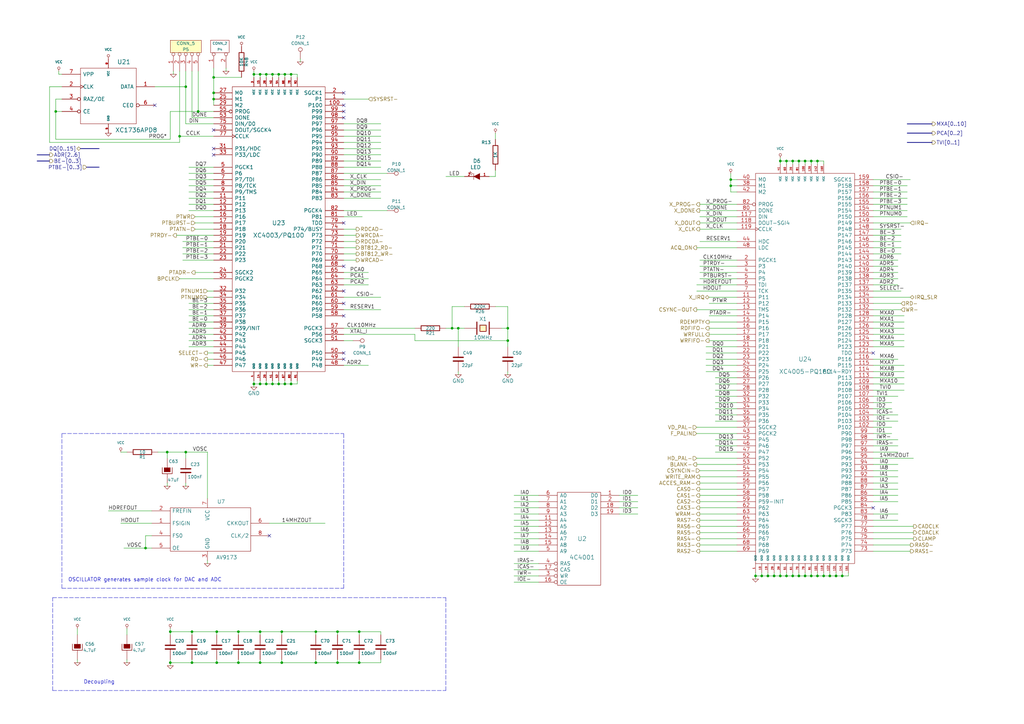
<source format=kicad_sch>
(kicad_sch (version 20250114) (generator "eeschema") (generator_version "9.0")
  (paper "A3")
  (title_block (title "Video") (date "Sun 22 Mar 2015") (rev "2.0B") (company "Kicad EDA") (comment 1 "Xilinxs"))
  (text "Decoupling" (at 34.29 280.67 0) (effects (font (size 1.524 1.524)) (justify left bottom)))
  (text "OSCILLATOR generates sample clock for DAC and ADC" (at 27.94 238.76 0) (effects (font (size 1.524 1.524)) (justify left bottom)))
  (junction (at 320.04 236.22))
  (junction (at 330.2 66.04))
  (junction (at 129.54 271.78) (diameter 0.9144))
  (junction (at 106.68 271.78) (diameter 0.9144))
  (junction (at 115.57 259.08) (diameter 0.9144))
  (junction (at 109.22 157.48))
  (junction (at 119.38 30.48))
  (junction (at 73.66 55.88) (diameter 0.9144))
  (junction (at 119.38 157.48))
  (junction (at 147.32 271.78) (diameter 0.9144))
  (junction (at 97.79 259.08) (diameter 0.9144))
  (junction (at 147.32 259.08) (diameter 0.9144))
  (junction (at 208.28 134.62) (diameter 0.9144))
  (junction (at 106.68 259.08) (diameter 0.9144))
  (junction (at 335.28 236.22))
  (junction (at 97.79 271.78) (diameter 0.9144))
  (junction (at 320.04 66.04))
  (junction (at 327.66 236.22))
  (junction (at 322.58 236.22))
  (junction (at 106.68 30.48))
  (junction (at 87.63 31.75) (diameter 0.9144))
  (junction (at 116.84 157.48))
  (junction (at 87.63 38.1) (diameter 0.9144))
  (junction (at 78.74 271.78) (diameter 0.9144))
  (junction (at 327.66 66.04))
  (junction (at 335.28 66.04))
  (junction (at 340.36 236.22))
  (junction (at 345.44 236.22))
  (junction (at 138.43 271.78) (diameter 0.9144))
  (junction (at 81.28 45.72) (diameter 0.9144))
  (junction (at 322.58 66.04))
  (junction (at 116.84 30.48))
  (junction (at 109.22 30.48))
  (junction (at 337.82 236.22))
  (junction (at 69.85 259.08) (diameter 0.9144))
  (junction (at 76.2 35.56) (diameter 0.9144))
  (junction (at 104.14 30.48))
  (junction (at 138.43 259.08) (diameter 0.9144))
  (junction (at 114.3 157.48))
  (junction (at 299.72 76.2) (diameter 0.9144))
  (junction (at 69.85 271.78) (diameter 0.9144))
  (junction (at 129.54 259.08) (diameter 0.9144))
  (junction (at 317.5 236.22))
  (junction (at 111.76 30.48))
  (junction (at 76.2 185.42) (diameter 0.9144))
  (junction (at 299.72 73.66) (diameter 0.9144))
  (junction (at 185.42 134.62) (diameter 0.9144))
  (junction (at 115.57 271.78) (diameter 0.9144))
  (junction (at 309.88 236.22))
  (junction (at 104.14 157.48))
  (junction (at 78.74 259.08) (diameter 0.9144))
  (junction (at 111.76 157.48))
  (junction (at 88.9 259.08) (diameter 0.9144))
  (junction (at 325.12 236.22))
  (junction (at 314.96 236.22))
  (junction (at 22.86 45.72) (diameter 0.9144))
  (junction (at 88.9 271.78) (diameter 0.9144))
  (junction (at 59.69 224.79) (diameter 0.9144))
  (junction (at 332.74 236.22))
  (junction (at 332.74 66.04))
  (junction (at 312.42 236.22))
  (junction (at 325.12 66.04))
  (junction (at 114.3 30.48))
  (junction (at 68.58 185.42) (diameter 0.9144))
  (junction (at 187.96 134.62) (diameter 0.9144))
  (junction (at 106.68 157.48))
  (junction (at 87.63 40.64) (diameter 0.9144))
  (junction (at 342.9 236.22))
  (junction (at 208.28 139.7) (diameter 0.9144))
  (junction (at 330.2 236.22))
  (no_connect (at 140.97 119.38))
  (no_connect (at 140.97 45.72))
  (no_connect (at 140.97 109.22))
  (no_connect (at 87.63 60.96))
  (no_connect (at 140.97 43.18))
  (no_connect (at 140.97 38.1))
  (no_connect (at 358.14 144.78))
  (no_connect (at 140.97 129.54))
  (no_connect (at 140.97 147.32))
  (no_connect (at 140.97 124.46))
  (no_connect (at 358.14 208.28))
  (no_connect (at 63.5 43.18))
  (no_connect (at 140.97 144.78))
  (no_connect (at 87.63 63.5))
  (no_connect (at 140.97 91.44))
  (no_connect (at 110.49 219.71))
  (no_connect (at 140.97 48.26))
  (no_connect (at 87.63 53.34))
  (wire (pts (xy 76.2 185.42) (xy 85.09 185.42)))
  (wire (pts (xy 330.2 66.04) (xy 330.2 67.31)))
  (wire (pts (xy 345.44 234.95) (xy 345.44 236.22)))
  (wire (pts (xy 73.66 55.88) (xy 87.63 55.88)))
  (wire (pts (xy 129.54 271.78) (xy 138.43 271.78)))
  (wire (pts (xy 342.9 236.22) (xy 345.44 236.22)))
  (wire (pts (xy 85.09 149.86) (xy 87.63 149.86)))
  (wire (pts (xy 220.98 220.98) (xy 210.82 220.98)))
  (wire (pts (xy 287.02 210.82) (xy 302.26 210.82)))
  (wire (pts (xy 78.74 29.21) (xy 78.74 48.26)))
  (wire (pts (xy 358.14 162.56) (xy 368.3 162.56)))
  (wire (pts (xy 87.63 132.08) (xy 77.47 132.08)))
  (wire (pts (xy 327.66 66.04) (xy 330.2 66.04)))
  (wire (pts (xy 78.74 48.26) (xy 87.63 48.26)))
  (wire (pts (xy 203.2 54.61) (xy 203.2 57.15)))
  (wire (pts (xy 208.28 125.73) (xy 208.28 134.62)))
  (wire (pts (xy 358.14 139.7) (xy 370.84 139.7)))
  (wire (pts (xy 140.97 101.6) (xy 146.05 101.6)))
  (wire (pts (xy 347.98 234.95) (xy 347.98 236.22)))
  (wire (pts (xy 337.82 67.31) (xy 337.82 66.04)))
  (wire (pts (xy 302.26 152.4) (xy 289.56 152.4)))
  (wire (pts (xy 24.13 30.48) (xy 25.4 30.48)))
  (wire (pts (xy 302.26 137.16) (xy 290.83 137.16)))
  (wire (pts (xy 109.22 157.48) (xy 111.76 157.48)))
  (wire (pts (xy 342.9 234.95) (xy 342.9 236.22)))
  (wire (pts (xy 68.58 199.39) (xy 68.58 198.12)))
  (wire (pts (xy 299.72 78.74) (xy 302.26 78.74)))
  (wire (pts (xy 358.14 177.8) (xy 365.76 177.8)))
  (wire (pts (xy 368.3 182.88) (xy 358.14 182.88)))
  (wire (pts (xy 287.02 208.28) (xy 302.26 208.28)))
  (wire (pts (xy 140.97 121.92) (xy 156.21 121.92)))
  (wire (pts (xy 358.14 154.94) (xy 370.84 154.94)))
  (wire (pts (xy 104.14 157.48) (xy 106.68 157.48)))
  (wire (pts (xy 77.47 76.2) (xy 87.63 76.2)))
  (wire (pts (xy 52.07 271.78) (xy 52.07 270.51)))
  (wire (pts (xy 358.14 147.32) (xy 368.3 147.32)))
  (wire (pts (xy 140.97 50.8) (xy 156.21 50.8)))
  (wire (pts (xy 115.57 259.08) (xy 115.57 260.35)))
  (wire (pts (xy 109.22 30.48) (xy 111.76 30.48)))
  (wire (pts (xy 358.14 187.96) (xy 374.65 187.96)))
  (wire (pts (xy 114.3 156.21) (xy 114.3 157.48)))
  (wire (pts (xy 123.19 24.13) (xy 123.19 25.4)))
  (wire (pts (xy 358.14 175.26) (xy 365.76 175.26)))
  (wire (pts (xy 287.02 193.04) (xy 302.26 193.04)))
  (wire (pts (xy 299.72 73.66) (xy 302.26 73.66)))
  (wire (pts (xy 330.2 66.04) (xy 332.74 66.04)))
  (wire (pts (xy 287.02 226.06) (xy 302.26 226.06)))
  (wire (pts (xy 302.26 114.3) (xy 287.02 114.3)))
  (wire (pts (xy 140.97 86.36) (xy 158.75 86.36)))
  (wire (pts (xy 187.96 153.67) (xy 187.96 152.4)))
  (bus (pts (xy 33.02 60.96) (xy 40.64 60.96)))
  (wire (pts (xy 220.98 218.44) (xy 210.82 218.44)))
  (wire (pts (xy 254 210.82) (xy 261.62 210.82)))
  (wire (pts (xy 87.63 139.7) (xy 77.47 139.7)))
  (wire (pts (xy 52.07 185.42) (xy 49.53 185.42)))
  (wire (pts (xy 140.97 104.14) (xy 146.05 104.14)))
  (wire (pts (xy 287.02 203.2) (xy 302.26 203.2)))
  (wire (pts (xy 106.68 156.21) (xy 106.68 157.48)))
  (wire (pts (xy 220.98 205.74) (xy 210.82 205.74)))
  (wire (pts (xy 20.32 35.56) (xy 20.32 58.42)))
  (wire (pts (xy 119.38 30.48) (xy 119.38 31.75)))
  (wire (pts (xy 140.97 53.34) (xy 156.21 53.34)))
  (wire (pts (xy 87.63 129.54) (xy 77.47 129.54)))
  (wire (pts (xy 140.97 78.74) (xy 156.21 78.74)))
  (wire (pts (xy 302.26 147.32) (xy 289.56 147.32)))
  (wire (pts (xy 293.37 167.64) (xy 302.26 167.64)))
  (wire (pts (xy 111.76 30.48) (xy 111.76 31.75)))
  (wire (pts (xy 138.43 271.78) (xy 147.32 271.78)))
  (wire (pts (xy 358.14 223.52) (xy 373.38 223.52)))
  (wire (pts (xy 299.72 71.12) (xy 299.72 73.66)))
  (wire (pts (xy 69.85 45.72) (xy 81.28 45.72)))
  (wire (pts (xy 140.97 73.66) (xy 156.21 73.66)))
  (wire (pts (xy 293.37 185.42) (xy 302.26 185.42)))
  (wire (pts (xy 290.83 134.62) (xy 302.26 134.62)))
  (wire (pts (xy 358.14 160.02) (xy 370.84 160.02)))
  (wire (pts (xy 77.47 86.36) (xy 87.63 86.36)))
  (wire (pts (xy 170.18 139.7) (xy 170.18 137.16)))
  (wire (pts (xy 69.85 271.78) (xy 69.85 273.05)))
  (wire (pts (xy 140.97 68.58) (xy 156.21 68.58)))
  (wire (pts (xy 182.88 72.39) (xy 190.5 72.39)))
  (wire (pts (xy 290.83 139.7) (xy 302.26 139.7)))
  (wire (pts (xy 335.28 236.22) (xy 337.82 236.22)))
  (wire (pts (xy 106.68 157.48) (xy 109.22 157.48)))
  (wire (pts (xy 325.12 236.22) (xy 327.66 236.22)))
  (wire (pts (xy 88.9 259.08) (xy 88.9 260.35)))
  (wire (pts (xy 358.14 215.9) (xy 374.65 215.9)))
  (wire (pts (xy 52.07 257.81) (xy 52.07 260.35)))
  (wire (pts (xy 88.9 270.51) (xy 88.9 271.78)))
  (wire (pts (xy 369.57 96.52) (xy 358.14 96.52)))
  (wire (pts (xy 88.9 271.78) (xy 97.79 271.78)))
  (wire (pts (xy 358.14 134.62) (xy 370.84 134.62)))
  (wire (pts (xy 287.02 93.98) (xy 302.26 93.98)))
  (polyline (pts (xy 25.4 177.8) (xy 140.97 177.8)) (stroke (width 0) (type dash)))
  (wire (pts (xy 368.3 203.2) (xy 358.14 203.2)))
  (wire (pts (xy 140.97 139.7) (xy 144.78 139.7)))
  (wire (pts (xy 368.3 198.12) (xy 358.14 198.12)))
  (wire (pts (xy 358.14 73.66) (xy 373.38 73.66)))
  (wire (pts (xy 320.04 236.22) (xy 322.58 236.22)))
  (wire (pts (xy 156.21 271.78) (xy 156.21 270.51)))
  (wire (pts (xy 87.63 38.1) (xy 87.63 40.64)))
  (wire (pts (xy 129.54 259.08) (xy 138.43 259.08)))
  (wire (pts (xy 140.97 76.2) (xy 156.21 76.2)))
  (wire (pts (xy 80.01 93.98) (xy 87.63 93.98)))
  (wire (pts (xy 335.28 67.31) (xy 335.28 66.04)))
  (wire (pts (xy 220.98 213.36) (xy 210.82 213.36)))
  (wire (pts (xy 140.97 106.68) (xy 146.05 106.68)))
  (wire (pts (xy 24.13 29.21) (xy 24.13 30.48)))
  (wire (pts (xy 358.14 165.1) (xy 365.76 165.1)))
  (wire (pts (xy 115.57 271.78) (xy 129.54 271.78)))
  (wire (pts (xy 77.47 71.12) (xy 87.63 71.12)))
  (wire (pts (xy 88.9 259.08) (xy 97.79 259.08)))
  (wire (pts (xy 87.63 101.6) (xy 74.93 101.6)))
  (wire (pts (xy 111.76 156.21) (xy 111.76 157.48)))
  (wire (pts (xy 147.32 271.78) (xy 156.21 271.78)))
  (wire (pts (xy 302.26 109.22) (xy 287.02 109.22)))
  (wire (pts (xy 372.11 88.9) (xy 358.14 88.9)))
  (wire (pts (xy 140.97 81.28) (xy 156.21 81.28)))
  (wire (pts (xy 372.11 83.82) (xy 358.14 83.82)))
  (wire (pts (xy 358.14 149.86) (xy 370.84 149.86)))
  (wire (pts (xy 254 205.74) (xy 261.62 205.74)))
  (wire (pts (xy 293.37 162.56) (xy 302.26 162.56)))
  (wire (pts (xy 111.76 30.48) (xy 114.3 30.48)))
  (wire (pts (xy 368.3 172.72) (xy 358.14 172.72)))
  (wire (pts (xy 358.14 91.44) (xy 373.38 91.44)))
  (wire (pts (xy 372.11 86.36) (xy 358.14 86.36)))
  (bus (pts (xy 15.24 63.5) (xy 20.32 63.5)))
  (wire (pts (xy 69.85 259.08) (xy 69.85 260.35)))
  (wire (pts (xy 116.84 30.48) (xy 116.84 31.75)))
  (polyline (pts (xy 25.4 241.3) (xy 140.97 241.3)) (stroke (width 0) (type dash)))
  (wire (pts (xy 299.72 73.66) (xy 299.72 76.2)))
  (wire (pts (xy 80.01 88.9) (xy 87.63 88.9)))
  (wire (pts (xy 119.38 30.48) (xy 121.92 30.48)))
  (wire (pts (xy 78.74 260.35) (xy 78.74 259.08)))
  (wire (pts (xy 59.69 224.79) (xy 59.69 219.71)))
  (wire (pts (xy 358.14 121.92) (xy 373.38 121.92)))
  (wire (pts (xy 337.82 66.04) (xy 335.28 66.04)))
  (wire (pts (xy 312.42 236.22) (xy 314.96 236.22)))
  (wire (pts (xy 50.8 224.79) (xy 59.69 224.79)))
  (wire (pts (xy 115.57 270.51) (xy 115.57 271.78)))
  (wire (pts (xy 287.02 215.9) (xy 302.26 215.9)))
  (wire (pts (xy 340.36 236.22) (xy 342.9 236.22)))
  (wire (pts (xy 71.12 30.48) (xy 71.12 29.21)))
  (wire (pts (xy 69.85 271.78) (xy 78.74 271.78)))
  (wire (pts (xy 140.97 111.76) (xy 151.13 111.76)))
  (wire (pts (xy 358.14 142.24) (xy 370.84 142.24)))
  (bus (pts (xy 372.11 50.8) (xy 382.27 50.8)))
  (wire (pts (xy 220.98 238.76) (xy 210.82 238.76)))
  (wire (pts (xy 77.47 83.82) (xy 87.63 83.82)))
  (wire (pts (xy 140.97 99.06) (xy 146.05 99.06)))
  (wire (pts (xy 140.97 88.9) (xy 148.59 88.9)))
  (wire (pts (xy 138.43 259.08) (xy 147.32 259.08)))
  (wire (pts (xy 77.47 81.28) (xy 87.63 81.28)))
  (wire (pts (xy 285.75 177.8) (xy 302.26 177.8)))
  (wire (pts (xy 287.02 223.52) (xy 302.26 223.52)))
  (wire (pts (xy 140.97 93.98) (xy 146.05 93.98)))
  (wire (pts (xy 205.74 134.62) (xy 208.28 134.62)))
  (wire (pts (xy 368.3 210.82) (xy 358.14 210.82)))
  (wire (pts (xy 182.88 134.62) (xy 185.42 134.62)))
  (bus (pts (xy 15.24 66.04) (xy 20.32 66.04)))
  (wire (pts (xy 104.14 30.48) (xy 106.68 30.48)))
  (wire (pts (xy 358.14 132.08) (xy 370.84 132.08)))
  (wire (pts (xy 156.21 127) (xy 140.97 127)))
  (wire (pts (xy 287.02 200.66) (xy 302.26 200.66)))
  (wire (pts (xy 287.02 88.9) (xy 302.26 88.9)))
  (wire (pts (xy 322.58 66.04) (xy 325.12 66.04)))
  (wire (pts (xy 77.47 73.66) (xy 87.63 73.66)))
  (wire (pts (xy 309.88 236.22) (xy 312.42 236.22)))
  (wire (pts (xy 368.3 205.74) (xy 358.14 205.74)))
  (wire (pts (xy 317.5 234.95) (xy 317.5 236.22)))
  (wire (pts (xy 85.09 144.78) (xy 87.63 144.78)))
  (wire (pts (xy 335.28 234.95) (xy 335.28 236.22)))
  (wire (pts (xy 325.12 66.04) (xy 327.66 66.04)))
  (wire (pts (xy 208.28 134.62) (xy 208.28 139.7)))
  (wire (pts (xy 87.63 27.94) (xy 87.63 31.75)))
  (wire (pts (xy 104.14 156.21) (xy 104.14 157.48)))
  (polyline (pts (xy 21.59 283.21) (xy 182.88 283.21)) (stroke (width 0) (type dash)))
  (wire (pts (xy 76.2 35.56) (xy 76.2 50.8)))
  (wire (pts (xy 20.32 58.42) (xy 73.66 58.42)))
  (wire (pts (xy 114.3 30.48) (xy 116.84 30.48)))
  (wire (pts (xy 187.96 134.62) (xy 187.96 142.24)))
  (wire (pts (xy 302.26 99.06) (xy 287.02 99.06)))
  (wire (pts (xy 358.14 106.68) (xy 368.3 106.68)))
  (wire (pts (xy 119.38 156.21) (xy 119.38 157.48)))
  (wire (pts (xy 322.58 66.04) (xy 322.58 67.31)))
  (wire (pts (xy 78.74 270.51) (xy 78.74 271.78)))
  (wire (pts (xy 320.04 66.04) (xy 320.04 67.31)))
  (wire (pts (xy 85.09 147.32) (xy 87.63 147.32)))
  (wire (pts (xy 85.09 119.38) (xy 87.63 119.38)))
  (wire (pts (xy 119.38 157.48) (xy 121.92 157.48)))
  (wire (pts (xy 140.97 116.84) (xy 151.13 116.84)))
  (wire (pts (xy 340.36 234.95) (xy 340.36 236.22)))
  (wire (pts (xy 285.75 187.96) (xy 302.26 187.96)))
  (wire (pts (xy 358.14 129.54) (xy 370.84 129.54)))
  (wire (pts (xy 220.98 215.9) (xy 210.82 215.9)))
  (wire (pts (xy 92.71 29.21) (xy 92.71 27.94)))
  (wire (pts (xy 76.2 185.42) (xy 76.2 187.96)))
  (wire (pts (xy 293.37 165.1) (xy 302.26 165.1)))
  (wire (pts (xy 314.96 234.95) (xy 314.96 236.22)))
  (wire (pts (xy 368.3 180.34) (xy 358.14 180.34)))
  (wire (pts (xy 22.86 40.64) (xy 22.86 45.72)))
  (wire (pts (xy 104.14 29.21) (xy 104.14 30.48)))
  (wire (pts (xy 76.2 199.39) (xy 76.2 198.12)))
  (wire (pts (xy 72.39 96.52) (xy 87.63 96.52)))
  (wire (pts (xy 44.45 209.55) (xy 62.23 209.55)))
  (wire (pts (xy 369.57 104.14) (xy 358.14 104.14)))
  (polyline (pts (xy 21.59 245.11) (xy 182.88 245.11)) (stroke (width 0) (type dash)))
  (wire (pts (xy 345.44 236.22) (xy 347.98 236.22)))
  (wire (pts (xy 77.47 68.58) (xy 87.63 68.58)))
  (wire (pts (xy 151.13 149.86) (xy 140.97 149.86)))
  (wire (pts (xy 287.02 86.36) (xy 302.26 86.36)))
  (wire (pts (xy 109.22 156.21) (xy 109.22 157.48)))
  (wire (pts (xy 372.11 78.74) (xy 358.14 78.74)))
  (wire (pts (xy 116.84 156.21) (xy 116.84 157.48)))
  (wire (pts (xy 302.26 142.24) (xy 289.56 142.24)))
  (wire (pts (xy 63.5 35.56) (xy 76.2 35.56)))
  (wire (pts (xy 87.63 134.62) (xy 77.47 134.62)))
  (wire (pts (xy 220.98 226.06) (xy 210.82 226.06)))
  (wire (pts (xy 31.75 271.78) (xy 31.75 270.51)))
  (wire (pts (xy 69.85 57.15) (xy 69.85 45.72)))
  (wire (pts (xy 368.3 190.5) (xy 358.14 190.5)))
  (wire (pts (xy 187.96 134.62) (xy 190.5 134.62)))
  (wire (pts (xy 147.32 259.08) (xy 147.32 260.35)))
  (wire (pts (xy 104.14 157.48) (xy 104.14 158.75)))
  (wire (pts (xy 368.3 213.36) (xy 358.14 213.36)))
  (wire (pts (xy 111.76 157.48) (xy 114.3 157.48)))
  (wire (pts (xy 116.84 30.48) (xy 119.38 30.48)))
  (wire (pts (xy 325.12 66.04) (xy 325.12 67.31)))
  (wire (pts (xy 287.02 83.82) (xy 302.26 83.82)))
  (wire (pts (xy 185.42 125.73) (xy 190.5 125.73)))
  (wire (pts (xy 358.14 119.38) (xy 369.57 119.38)))
  (wire (pts (xy 287.02 106.68) (xy 302.26 106.68)))
  (wire (pts (xy 322.58 236.22) (xy 325.12 236.22)))
  (wire (pts (xy 309.88 234.95) (xy 309.88 236.22)))
  (wire (pts (xy 208.28 139.7) (xy 208.28 142.24)))
  (wire (pts (xy 25.4 45.72) (xy 22.86 45.72)))
  (wire (pts (xy 129.54 259.08) (xy 129.54 260.35)))
  (wire (pts (xy 85.09 185.42) (xy 85.09 204.47)))
  (wire (pts (xy 185.42 125.73) (xy 185.42 134.62)))
  (wire (pts (xy 68.58 185.42) (xy 76.2 185.42)))
  (wire (pts (xy 106.68 30.48) (xy 106.68 31.75)))
  (wire (pts (xy 358.14 167.64) (xy 365.76 167.64)))
  (wire (pts (xy 327.66 66.04) (xy 327.66 67.31)))
  (wire (pts (xy 293.37 172.72) (xy 302.26 172.72)))
  (wire (pts (xy 358.14 218.44) (xy 374.65 218.44)))
  (bus (pts (xy 35.56 68.58) (xy 40.64 68.58)))
  (wire (pts (xy 77.47 78.74) (xy 87.63 78.74)))
  (wire (pts (xy 68.58 185.42) (xy 68.58 187.96)))
  (wire (pts (xy 368.3 111.76) (xy 358.14 111.76)))
  (wire (pts (xy 109.22 30.48) (xy 109.22 31.75)))
  (wire (pts (xy 22.86 45.72) (xy 22.86 57.15)))
  (wire (pts (xy 49.53 214.63) (xy 62.23 214.63)))
  (wire (pts (xy 337.82 236.22) (xy 340.36 236.22)))
  (wire (pts (xy 87.63 99.06) (xy 74.93 99.06)))
  (wire (pts (xy 59.69 219.71) (xy 62.23 219.71)))
  (bus (pts (xy 372.11 54.61) (xy 382.27 54.61)))
  (wire (pts (xy 287.02 198.12) (xy 302.26 198.12)))
  (wire (pts (xy 140.97 55.88) (xy 156.21 55.88)))
  (wire (pts (xy 320.04 234.95) (xy 320.04 236.22)))
  (wire (pts (xy 156.21 259.08) (xy 156.21 260.35)))
  (wire (pts (xy 85.09 121.92) (xy 87.63 121.92)))
  (wire (pts (xy 293.37 182.88) (xy 302.26 182.88)))
  (wire (pts (xy 368.3 195.58) (xy 358.14 195.58)))
  (wire (pts (xy 185.42 134.62) (xy 187.96 134.62)))
  (wire (pts (xy 140.97 96.52) (xy 146.05 96.52)))
  (wire (pts (xy 287.02 220.98) (xy 302.26 220.98)))
  (wire (pts (xy 138.43 271.78) (xy 138.43 270.51)))
  (wire (pts (xy 302.26 149.86) (xy 289.56 149.86)))
  (wire (pts (xy 327.66 234.95) (xy 327.66 236.22)))
  (wire (pts (xy 106.68 259.08) (xy 106.68 260.35)))
  (wire (pts (xy 332.74 236.22) (xy 335.28 236.22)))
  (wire (pts (xy 64.77 185.42) (xy 68.58 185.42)))
  (wire (pts (xy 140.97 134.62) (xy 170.18 134.62)))
  (wire (pts (xy 104.14 30.48) (xy 104.14 31.75)))
  (wire (pts (xy 73.66 58.42) (xy 73.66 55.88)))
  (wire (pts (xy 220.98 203.2) (xy 210.82 203.2)))
  (wire (pts (xy 287.02 195.58) (xy 302.26 195.58)))
  (wire (pts (xy 368.3 114.3) (xy 358.14 114.3)))
  (wire (pts (xy 81.28 45.72) (xy 87.63 45.72)))
  (wire (pts (xy 129.54 271.78) (xy 129.54 270.51)))
  (wire (pts (xy 299.72 76.2) (xy 302.26 76.2)))
  (wire (pts (xy 78.74 271.78) (xy 88.9 271.78)))
  (wire (pts (xy 358.14 226.06) (xy 373.38 226.06)))
  (wire (pts (xy 147.32 259.08) (xy 156.21 259.08)))
  (wire (pts (xy 97.79 259.08) (xy 106.68 259.08)))
  (wire (pts (xy 358.14 124.46) (xy 369.57 124.46)))
  (wire (pts (xy 106.68 271.78) (xy 115.57 271.78)))
  (wire (pts (xy 368.3 185.42) (xy 358.14 185.42)))
  (wire (pts (xy 59.69 224.79) (xy 62.23 224.79)))
  (wire (pts (xy 325.12 234.95) (xy 325.12 236.22)))
  (wire (pts (xy 106.68 30.48) (xy 109.22 30.48)))
  (wire (pts (xy 285.75 116.84) (xy 302.26 116.84)))
  (wire (pts (xy 254 203.2) (xy 261.62 203.2)))
  (wire (pts (xy 293.37 170.18) (xy 302.26 170.18)))
  (wire (pts (xy 302.26 124.46) (xy 290.83 124.46)))
  (wire (pts (xy 309.88 236.22) (xy 309.88 237.49)))
  (wire (pts (xy 293.37 180.34) (xy 302.26 180.34)))
  (wire (pts (xy 31.75 257.81) (xy 31.75 260.35)))
  (wire (pts (xy 110.49 214.63) (xy 133.35 214.63)))
  (wire (pts (xy 302.26 129.54) (xy 290.83 129.54)))
  (wire (pts (xy 106.68 259.08) (xy 115.57 259.08)))
  (wire (pts (xy 220.98 231.14) (xy 210.82 231.14)))
  (wire (pts (xy 220.98 236.22) (xy 210.82 236.22)))
  (wire (pts (xy 322.58 234.95) (xy 322.58 236.22)))
  (wire (pts (xy 114.3 157.48) (xy 116.84 157.48)))
  (wire (pts (xy 81.28 29.21) (xy 81.28 45.72)))
  (wire (pts (xy 106.68 270.51) (xy 106.68 271.78)))
  (wire (pts (xy 87.63 127) (xy 77.47 127)))
  (wire (pts (xy 332.74 234.95) (xy 332.74 236.22)))
  (wire (pts (xy 121.92 30.48) (xy 121.92 31.75)))
  (wire (pts (xy 69.85 270.51) (xy 69.85 271.78)))
  (wire (pts (xy 220.98 223.52) (xy 210.82 223.52)))
  (wire (pts (xy 203.2 125.73) (xy 208.28 125.73)))
  (wire (pts (xy 147.32 271.78) (xy 147.32 270.51)))
  (wire (pts (xy 114.3 30.48) (xy 114.3 31.75)))
  (wire (pts (xy 140.97 60.96) (xy 156.21 60.96)))
  (wire (pts (xy 69.85 257.81) (xy 69.85 259.08)))
  (wire (pts (xy 368.3 193.04) (xy 358.14 193.04)))
  (wire (pts (xy 320.04 64.77) (xy 320.04 66.04)))
  (wire (pts (xy 358.14 137.16) (xy 370.84 137.16)))
  (wire (pts (xy 293.37 160.02) (xy 302.26 160.02)))
  (polyline (pts (xy 182.88 283.21) (xy 182.88 245.11)) (stroke (width 0) (type dash)))
  (wire (pts (xy 285.75 190.5) (xy 302.26 190.5)))
  (wire (pts (xy 208.28 152.4) (xy 208.28 153.67)))
  (wire (pts (xy 320.04 66.04) (xy 322.58 66.04)))
  (wire (pts (xy 285.75 119.38) (xy 302.26 119.38)))
  (wire (pts (xy 372.11 76.2) (xy 358.14 76.2)))
  (wire (pts (xy 140.97 66.04) (xy 156.21 66.04)))
  (wire (pts (xy 302.26 144.78) (xy 289.56 144.78)))
  (wire (pts (xy 87.63 104.14) (xy 74.93 104.14)))
  (wire (pts (xy 220.98 208.28) (xy 210.82 208.28)))
  (wire (pts (xy 203.2 72.39) (xy 203.2 69.85)))
  (wire (pts (xy 140.97 114.3) (xy 151.13 114.3)))
  (wire (pts (xy 314.96 236.22) (xy 317.5 236.22)))
  (wire (pts (xy 87.63 40.64) (xy 87.63 43.18)))
  (wire (pts (xy 220.98 210.82) (xy 210.82 210.82)))
  (wire (pts (xy 87.63 142.24) (xy 77.47 142.24)))
  (wire (pts (xy 302.26 111.76) (xy 287.02 111.76)))
  (wire (pts (xy 285.75 175.26) (xy 302.26 175.26)))
  (wire (pts (xy 369.57 99.06) (xy 358.14 99.06)))
  (wire (pts (xy 372.11 81.28) (xy 358.14 81.28)))
  (wire (pts (xy 369.57 93.98) (xy 358.14 93.98)))
  (wire (pts (xy 287.02 218.44) (xy 302.26 218.44)))
  (wire (pts (xy 299.72 76.2) (xy 299.72 78.74)))
  (wire (pts (xy 368.3 109.22) (xy 358.14 109.22)))
  (wire (pts (xy 327.66 236.22) (xy 330.2 236.22)))
  (wire (pts (xy 138.43 259.08) (xy 138.43 260.35)))
  (wire (pts (xy 332.74 66.04) (xy 332.74 67.31)))
  (wire (pts (xy 358.14 220.98) (xy 374.65 220.98)))
  (wire (pts (xy 87.63 114.3) (xy 73.66 114.3)))
  (wire (pts (xy 254 208.28) (xy 261.62 208.28)))
  (wire (pts (xy 87.63 31.75) (xy 87.63 38.1)))
  (wire (pts (xy 220.98 233.68) (xy 210.82 233.68)))
  (wire (pts (xy 302.26 121.92) (xy 290.83 121.92)))
  (wire (pts (xy 302.26 132.08) (xy 290.83 132.08)))
  (wire (pts (xy 151.13 40.64) (xy 140.97 40.64)))
  (wire (pts (xy 312.42 234.95) (xy 312.42 236.22)))
  (polyline (pts (xy 25.4 241.3) (xy 25.4 177.8)) (stroke (width 0) (type dash)))
  (bus (pts (xy 372.11 58.42) (xy 382.27 58.42)))
  (polyline (pts (xy 21.59 283.21) (xy 21.59 245.11)) (stroke (width 0) (type dash)))
  (wire (pts (xy 97.79 271.78) (xy 106.68 271.78)))
  (wire (pts (xy 287.02 205.74) (xy 302.26 205.74)))
  (wire (pts (xy 208.28 139.7) (xy 170.18 139.7)))
  (wire (pts (xy 73.66 29.21) (xy 73.66 55.88)))
  (wire (pts (xy 22.86 57.15) (xy 69.85 57.15)))
  (wire (pts (xy 80.01 91.44) (xy 87.63 91.44)))
  (wire (pts (xy 337.82 234.95) (xy 337.82 236.22)))
  (wire (pts (xy 87.63 31.75) (xy 99.06 31.75)))
  (wire (pts (xy 200.66 72.39) (xy 203.2 72.39)))
  (wire (pts (xy 287.02 213.36) (xy 302.26 213.36)))
  (wire (pts (xy 87.63 124.46) (xy 77.47 124.46)))
  (wire (pts (xy 87.63 137.16) (xy 77.47 137.16)))
  (wire (pts (xy 358.14 127) (xy 369.57 127)))
  (wire (pts (xy 358.14 152.4) (xy 370.84 152.4)))
  (wire (pts (xy 25.4 35.56) (xy 20.32 35.56)))
  (wire (pts (xy 87.63 106.68) (xy 74.93 106.68)))
  (wire (pts (xy 358.14 157.48) (xy 370.84 157.48)))
  (wire (pts (xy 332.74 66.04) (xy 335.28 66.04)))
  (wire (pts (xy 97.79 270.51) (xy 97.79 271.78)))
  (wire (pts (xy 116.84 157.48) (xy 119.38 157.48)))
  (polyline (pts (xy 140.97 241.3) (xy 140.97 177.8)) (stroke (width 0) (type dash)))
  (wire (pts (xy 368.3 170.18) (xy 358.14 170.18)))
  (wire (pts (xy 285.75 101.6) (xy 302.26 101.6)))
  (wire (pts (xy 285.75 127) (xy 302.26 127)))
  (wire (pts (xy 140.97 71.12) (xy 158.75 71.12)))
  (wire (pts (xy 369.57 101.6) (xy 358.14 101.6)))
  (wire (pts (xy 25.4 40.64) (xy 22.86 40.64)))
  (wire (pts (xy 330.2 236.22) (xy 332.74 236.22)))
  (wire (pts (xy 85.09 229.87) (xy 85.09 231.14)))
  (wire (pts (xy 76.2 50.8) (xy 87.63 50.8)))
  (wire (pts (xy 140.97 63.5) (xy 156.21 63.5)))
  (wire (pts (xy 69.85 259.08) (xy 78.74 259.08)))
  (wire (pts (xy 76.2 29.21) (xy 76.2 35.56)))
  (wire (pts (xy 368.3 116.84) (xy 358.14 116.84)))
  (wire (pts (xy 121.92 157.48) (xy 121.92 156.21)))
  (wire (pts (xy 287.02 91.44) (xy 302.26 91.44)))
  (wire (pts (xy 78.74 259.08) (xy 88.9 259.08)))
  (wire (pts (xy 115.57 259.08) (xy 129.54 259.08)))
  (wire (pts (xy 317.5 236.22) (xy 320.04 236.22)))
  (wire (pts (xy 330.2 234.95) (xy 330.2 236.22)))
  (wire (pts (xy 368.3 200.66) (xy 358.14 200.66)))
  (wire (pts (xy 80.01 111.76) (xy 87.63 111.76)))
  (wire (pts (xy 302.26 154.94) (xy 293.37 154.94)))
  (wire (pts (xy 140.97 58.42) (xy 156.21 58.42)))
  (wire (pts (xy 170.18 137.16) (xy 140.97 137.16)))
  (wire (pts (xy 97.79 260.35) (xy 97.79 259.08)))
  (wire (pts (xy 302.26 157.48) (xy 293.37 157.48)))
  (label "X_CLK" (at 143.51 73.66 0) (effects (font (size 1.524 1.524))))
  (label "TVI0" (at 360.68 160.02 0) (effects (font (size 1.524 1.524))))
  (label "DQ1" (at 80.01 83.82 0) (effects (font (size 1.524 1.524))))
  (label "CSIO-" (at 146.05 121.92 0) (effects (font (size 1.524 1.524))))
  (label "BE-0" (at 360.68 104.14 0) (effects (font (size 1.524 1.524))))
  (label "IA9" (at 213.36 226.06 0) (effects (font (size 1.524 1.524))))
  (label "IA3" (at 360.68 200.66 0) (effects (font (size 1.524 1.524))))
  (label "BE-3" (at 78.74 124.46 0) (effects (font (size 1.524 1.524))))
  (label "RESERV1" (at 143.51 127 0) (effects (font (size 1.524 1.524))))
  (label "DQ11" (at 146.05 58.42 0) (effects (font (size 1.524 1.524))))
  (label "DQ0" (at 80.01 86.36 0) (effects (font (size 1.524 1.524))))
  (label "ID2" (at 255.27 208.28 0) (effects (font (size 1.524 1.524))))
  (label "MXA8" (at 360.68 152.4 0) (effects (font (size 1.524 1.524))))
  (label "MXA2" (at 360.68 134.62 0) (effects (font (size 1.524 1.524))))
  (label "DONE" (at 78.74 48.26 0) (effects (font (size 1.524 1.524))))
  (label "ADR5" (at 78.74 137.16 0) (effects (font (size 1.524 1.524))))
  (label "MXA1" (at 360.68 132.08 0) (effects (font (size 1.524 1.524))))
  (label "PTBE-2" (at 360.68 81.28 0) (effects (font (size 1.524 1.524))))
  (label "BE-0" (at 78.74 132.08 0) (effects (font (size 1.524 1.524))))
  (label "14MHZOUT" (at 115.57 214.63 0) (effects (font (size 1.524 1.524))))
  (label "DQ5" (at 80.01 76.2 0) (effects (font (size 1.524 1.524))))
  (label "PTBE-1" (at 76.2 101.6 0) (effects (font (size 1.524 1.524))))
  (label "IRAS-" (at 359.41 182.88 0) (effects (font (size 1.524 1.524))))
  (label "HDOUT" (at 288.29 119.38 0) (effects (font (size 1.524 1.524))))
  (label "ADR6" (at 360.68 106.68 0) (effects (font (size 1.524 1.524))))
  (label "X_PROG-" (at 289.56 83.82 0) (effects (font (size 1.524 1.524))))
  (label "DQ1" (at 292.1 144.78 0) (effects (font (size 1.524 1.524))))
  (label "ADR2" (at 142.24 149.86 0) (effects (font (size 1.524 1.524))))
  (label "PTBE-3" (at 360.68 83.82 0) (effects (font (size 1.524 1.524))))
  (label "PCA1" (at 143.51 114.3 0) (effects (font (size 1.524 1.524))))
  (label "IA4" (at 213.36 213.36 0) (effects (font (size 1.524 1.524))))
  (label "DQ4" (at 292.1 152.4 0) (effects (font (size 1.524 1.524))))
  (label "ADR3" (at 360.68 114.3 0) (effects (font (size 1.524 1.524))))
  (label "MXA6" (at 360.68 147.32 0) (effects (font (size 1.524 1.524))))
  (label "DIN" (at 77.47 50.8 0) (effects (font (size 1.524 1.524))))
  (label "MXA4" (at 360.68 139.7 0) (effects (font (size 1.524 1.524))))
  (label "IA7" (at 360.68 213.36 0) (effects (font (size 1.524 1.524))))
  (label "DQ11" (at 294.64 170.18 0) (effects (font (size 1.524 1.524))))
  (label "DQ2" (at 80.01 81.28 0) (effects (font (size 1.524 1.524))))
  (label "DQ9" (at 294.64 165.1 0) (effects (font (size 1.524 1.524))))
  (label "X_DONE" (at 289.56 86.36 0) (effects (font (size 1.524 1.524))))
  (label "PTADR-" (at 290.83 129.54 0) (effects (font (size 1.524 1.524))))
  (label "HDREFOUT" (at 44.45 209.55 0) (effects (font (size 1.524 1.524))))
  (label "IA8" (at 213.36 223.52 0) (effects (font (size 1.524 1.524))))
  (label "IA2" (at 360.68 198.12 0) (effects (font (size 1.524 1.524))))
  (label "ADR4" (at 360.68 111.76 0) (effects (font (size 1.524 1.524))))
  (label "BE-1" (at 360.68 101.6 0) (effects (font (size 1.524 1.524))))
  (label "DQ7" (at 80.01 68.58 0) (effects (font (size 1.524 1.524))))
  (label "PTNUM0" (at 360.68 88.9 0) (effects (font (size 1.524 1.524))))
  (label "ID1" (at 255.27 205.74 0) (effects (font (size 1.524 1.524))))
  (label "HDOUT" (at 49.53 214.63 0) (effects (font (size 1.524 1.524))))
  (label "X_DIN" (at 289.56 88.9 0) (effects (font (size 1.524 1.524))))
  (label "IA1" (at 360.68 195.58 0) (effects (font (size 1.524 1.524))))
  (label "MXA5" (at 360.68 142.24 0) (effects (font (size 1.524 1.524))))
  (label "DQ9" (at 146.05 53.34 0) (effects (font (size 1.524 1.524))))
  (label "IA8" (at 360.68 193.04 0) (effects (font (size 1.524 1.524))))
  (label "DQ0" (at 292.1 142.24 0) (effects (font (size 1.524 1.524))))
  (label "MXA0" (at 360.68 129.54 0) (effects (font (size 1.524 1.524))))
  (label "RESERV1" (at 289.56 99.06 0) (effects (font (size 1.524 1.524))))
  (label "DQ5" (at 294.64 154.94 0) (effects (font (size 1.524 1.524))))
  (label "PTBE-3" (at 76.2 106.68 0) (effects (font (size 1.524 1.524))))
  (label "ICAS-" (at 359.41 170.18 0) (effects (font (size 1.524 1.524))))
  (label "VOSC" (at 52.07 224.79 0) (effects (font (size 1.524 1.524))))
  (label "TVI1" (at 359.41 162.56 0) (effects (font (size 1.524 1.524))))
  (label "ADR5" (at 360.68 109.22 0) (effects (font (size 1.524 1.524))))
  (label "ADR2" (at 360.68 116.84 0) (effects (font (size 1.524 1.524))))
  (label "DQ14" (at 146.05 68.58 0) (effects (font (size 1.524 1.524))))
  (label "IA7" (at 213.36 220.98 0) (effects (font (size 1.524 1.524))))
  (label "LED" (at 142.24 88.9 0) (effects (font (size 1.524 1.524))))
  (label "DQ15" (at 146.05 66.04 0) (effects (font (size 1.524 1.524))))
  (label "ICAS-" (at 212.09 233.68 0) (effects (font (size 1.524 1.524))))
  (label "MXA7" (at 360.68 149.86 0) (effects (font (size 1.524 1.524))))
  (label "MXA9" (at 360.68 154.94 0) (effects (font (size 1.524 1.524))))
  (label "PCA0" (at 143.51 111.76 0) (effects (font (size 1.524 1.524))))
  (label "VOSC" (at 85.09 185.42 180) (effects (font (size 1.524 1.524))))
  (label "CLK10MHz" (at 288.29 106.68 0) (effects (font (size 1.524 1.524))))
  (label "X_DOUT" (at 289.56 91.44 0) (effects (font (size 1.524 1.524))))
  (label "IA5" (at 213.36 215.9 0) (effects (font (size 1.524 1.524))))
  (label "PCA2" (at 143.51 116.84 0) (effects (font (size 1.524 1.524))))
  (label "MXA3" (at 360.68 137.16 0) (effects (font (size 1.524 1.524))))
  (label "DQ8" (at 146.05 50.8 0) (effects (font (size 1.524 1.524))))
  (label "PTWR" (at 292.1 124.46 0) (effects (font (size 1.524 1.524))))
  (label "IA6" (at 213.36 218.44 0) (effects (font (size 1.524 1.524))))
  (label "IA4" (at 360.68 203.2 0) (effects (font (size 1.524 1.524))))
  (label "X_PROG-" (at 143.51 78.74 0) (effects (font (size 1.524 1.524))))
  (label "SYSRST-" (at 360.68 93.98 0) (effects (font (size 1.524 1.524))))
  (label "BE-3" (at 360.68 96.52 0) (effects (font (size 1.524 1.524))))
  (label "DQ13" (at 146.05 63.5 0) (effects (font (size 1.524 1.524))))
  (label "XTAL_I" (at 143.51 137.16 0) (effects (font (size 1.524 1.524))))
  (label "DQ12" (at 146.05 60.96 0) (effects (font (size 1.524 1.524))))
  (label "CCLK" (at 76.2 55.88 0) (effects (font (size 1.524 1.524))))
  (label "ADR4" (at 78.74 139.7 0) (effects (font (size 1.524 1.524))))
  (label "PROG*" (at 60.96 57.15 0) (effects (font (size 1.524 1.524))))
  (label "DQ3" (at 292.1 149.86 0) (effects (font (size 1.524 1.524))))
  (label "ID1" (at 359.41 177.8 0) (effects (font (size 1.524 1.524))))
  (label "PTATN-" (at 288.29 111.76 0) (effects (font (size 1.524 1.524))))
  (label "IWR-" (at 212.09 236.22 0) (effects (font (size 1.524 1.524))))
  (label "IWR-" (at 359.41 180.34 0) (effects (font (size 1.524 1.524))))
  (label "ID3" (at 359.41 165.1 0) (effects (font (size 1.524 1.524))))
  (label "IA2" (at 213.36 208.28 0) (effects (font (size 1.524 1.524))))
  (label "IA1" (at 213.36 205.74 0) (effects (font (size 1.524 1.524))))
  (label "PTNUM1" (at 360.68 86.36 0) (effects (font (size 1.524 1.524))))
  (label "DQ6" (at 294.64 157.48 0) (effects (font (size 1.524 1.524))))
  (label "IOE-" (at 359.41 172.72 0) (effects (font (size 1.524 1.524))))
  (label "PTRDY-" (at 288.29 109.22 0) (effects (font (size 1.524 1.524))))
  (label "DQ13" (at 294.64 180.34 0) (effects (font (size 1.524 1.524))))
  (label "IA3" (at 213.36 210.82 0) (effects (font (size 1.524 1.524))))
  (label "DQ12" (at 294.64 172.72 0) (effects (font (size 1.524 1.524))))
  (label "ID3" (at 255.27 210.82 0) (effects (font (size 1.524 1.524))))
  (label "X_DONE" (at 143.51 81.28 0) (effects (font (size 1.524 1.524))))
  (label "PTBE-0" (at 76.2 99.06 0) (effects (font (size 1.524 1.524))))
  (label "X_DIN" (at 143.51 76.2 0) (effects (font (size 1.524 1.524))))
  (label "BE-2" (at 78.74 127 0) (effects (font (size 1.524 1.524))))
  (label "IA0" (at 360.68 190.5 0) (effects (font (size 1.524 1.524))))
  (label "ADR6" (at 78.74 134.62 0) (effects (font (size 1.524 1.524))))
  (label "PTBE-0" (at 360.68 76.2 0) (effects (font (size 1.524 1.524))))
  (label "PTBE-2" (at 76.2 104.14 0) (effects (font (size 1.524 1.524))))
  (label "DQ4" (at 80.01 78.74 0) (effects (font (size 1.524 1.524))))
  (label "HDREFOUT" (at 288.29 116.84 0) (effects (font (size 1.524 1.524))))
  (label "BE-2" (at 360.68 99.06 0) (effects (font (size 1.524 1.524))))
  (label "DQ3" (at 80.01 73.66 0) (effects (font (size 1.524 1.524))))
  (label "IOE-" (at 212.09 238.76 0) (effects (font (size 1.524 1.524))))
  (label "IA5" (at 360.68 205.74 0) (effects (font (size 1.524 1.524))))
  (label "DQ14" (at 294.64 182.88 0) (effects (font (size 1.524 1.524))))
  (label "14MHZOUT" (at 360.68 187.96 0) (effects (font (size 1.524 1.524))))
  (label "IA6" (at 360.68 210.82 0) (effects (font (size 1.524 1.524))))
  (label "IRAS-" (at 212.09 231.14 0) (effects (font (size 1.524 1.524))))
  (label "IA0" (at 213.36 203.2 0) (effects (font (size 1.524 1.524))))
  (label "PTBURST-" (at 288.29 114.3 0) (effects (font (size 1.524 1.524))))
  (label "PTBE-1" (at 360.68 78.74 0) (effects (font (size 1.524 1.524))))
  (label "ID0" (at 255.27 203.2 0) (effects (font (size 1.524 1.524))))
  (label "ID0" (at 359.41 175.26 0) (effects (font (size 1.524 1.524))))
  (label "X_CLK" (at 289.56 93.98 0) (effects (font (size 1.524 1.524))))
  (label "CLK10MHz" (at 142.24 134.62 0) (effects (font (size 1.524 1.524))))
  (label "MXA10" (at 360.68 157.48 0) (effects (font (size 1.524 1.524))))
  (label "ID2" (at 359.41 167.64 0) (effects (font (size 1.524 1.524))))
  (label "ADR3" (at 78.74 142.24 0) (effects (font (size 1.524 1.524))))
  (label "DQ8" (at 294.64 162.56 0) (effects (font (size 1.524 1.524))))
  (label "LED" (at 184.15 72.39 0) (effects (font (size 1.524 1.524))))
  (label "DQ10" (at 146.05 55.88 0) (effects (font (size 1.524 1.524))))
  (label "DQ2" (at 292.1 147.32 0) (effects (font (size 1.524 1.524))))
  (label "IA9" (at 360.68 185.42 0) (effects (font (size 1.524 1.524))))
  (label "DQ6" (at 80.01 71.12 0) (effects (font (size 1.524 1.524))))
  (label "DQ7" (at 294.64 160.02 0) (effects (font (size 1.524 1.524))))
  (label "DQ10" (at 294.64 167.64 0) (effects (font (size 1.524 1.524))))
  (label "CSIO-" (at 363.22 73.66 0) (effects (font (size 1.524 1.524))))
  (label "DQ15" (at 294.64 185.42 0) (effects (font (size 1.524 1.524))))
  (label "BE-1" (at 78.74 129.54 0) (effects (font (size 1.524 1.524))))
  (label "SELECT-" (at 360.68 119.38 0) (effects (font (size 1.524 1.524))))
  (hierarchical_label "RAS7-" (shape output) (at 287.02 213.36 180) (effects (font (size 1.524 1.524))))
  (hierarchical_label "RDEMPTY" (shape output) (at 290.83 132.08 180) (effects (font (size 1.524 1.524))))
  (hierarchical_label "X_DOUT" (shape output) (at 287.02 91.44 180) (effects (font (size 1.524 1.524))))
  (hierarchical_label "PCA[0..2]" (shape output) (at 382.27 54.61 0) (effects (font (size 1.524 1.524))))
  (hierarchical_label "RDFIFO-" (shape output) (at 290.83 134.62 180) (effects (font (size 1.524 1.524))))
  (hierarchical_label "PTNUM1" (shape input) (at 85.09 119.38 180) (effects (font (size 1.524 1.524))))
  (hierarchical_label "X_IRQ" (shape bidirectional) (at 290.83 121.92 180) (effects (font (size 1.524 1.524))))
  (hierarchical_label "CSYNC-OUT" (shape output) (at 285.75 127 180) (effects (font (size 1.524 1.524))))
  (hierarchical_label "RAS4-" (shape output) (at 287.02 220.98 180) (effects (font (size 1.524 1.524))))
  (hierarchical_label "PTATN-" (shape input) (at 80.01 93.98 180) (effects (font (size 1.524 1.524))))
  (hierarchical_label "WRITE_RAM" (shape output) (at 287.02 195.58 180) (effects (font (size 1.524 1.524))))
  (hierarchical_label "ACQ_ON" (shape output) (at 285.75 101.6 180) (effects (font (size 1.524 1.524))))
  (hierarchical_label "X_PROG-" (shape output) (at 287.02 83.82 180) (effects (font (size 1.524 1.524))))
  (hierarchical_label "WR-" (shape input) (at 369.57 127 0) (effects (font (size 1.524 1.524))))
  (hierarchical_label "CSYNCIN-" (shape input) (at 287.02 193.04 180) (effects (font (size 1.524 1.524))))
  (hierarchical_label "CAS1-" (shape output) (at 287.02 203.2 180) (effects (font (size 1.524 1.524))))
  (hierarchical_label "HD_PAL-" (shape input) (at 285.75 187.96 180) (effects (font (size 1.524 1.524))))
  (hierarchical_label "PTWR" (shape input) (at 80.01 88.9 180) (effects (font (size 1.524 1.524))))
  (hierarchical_label "BE-[0..3]" (shape output) (at 20.32 66.04 0) (effects (font (size 1.524 1.524))))
  (hierarchical_label "PTRDY-" (shape output) (at 72.39 96.52 180) (effects (font (size 1.524 1.524))))
  (hierarchical_label "ADR[2..6]" (shape output) (at 20.32 63.5 0) (effects (font (size 1.524 1.524))))
  (hierarchical_label "WRCAD-" (shape output) (at 146.05 106.68 0) (effects (font (size 1.524 1.524))))
  (hierarchical_label "PTBURST-" (shape input) (at 80.01 91.44 180) (effects (font (size 1.524 1.524))))
  (hierarchical_label "BPCLK" (shape input) (at 73.66 114.3 180) (effects (font (size 1.524 1.524))))
  (hierarchical_label "RAS0-" (shape output) (at 373.38 223.52 0) (effects (font (size 1.524 1.524))))
  (hierarchical_label "IRQ-" (shape input) (at 373.38 91.44 0) (effects (font (size 1.524 1.524))))
  (hierarchical_label "SELECT-" (shape output) (at 85.09 144.78 180) (effects (font (size 1.524 1.524))))
  (hierarchical_label "MXA[0..10]" (shape output) (at 382.27 50.8 0) (effects (font (size 1.524 1.524))))
  (hierarchical_label "RD-" (shape output) (at 85.09 147.32 180) (effects (font (size 1.524 1.524))))
  (hierarchical_label "CLAMP" (shape output) (at 374.65 220.98 0) (effects (font (size 1.524 1.524))))
  (hierarchical_label "SYSRST-" (shape input) (at 151.13 40.64 0) (effects (font (size 1.524 1.524))))
  (hierarchical_label "WRAM-" (shape output) (at 287.02 210.82 180) (effects (font (size 1.524 1.524))))
  (hierarchical_label "ACCES_RAM-" (shape output) (at 287.02 198.12 180) (effects (font (size 1.524 1.524))))
  (hierarchical_label "X_DONE" (shape output) (at 287.02 86.36 180) (effects (font (size 1.524 1.524))))
  (hierarchical_label "TVI[0..1]" (shape output) (at 382.27 58.42 0) (effects (font (size 1.524 1.524))))
  (hierarchical_label "RDCAD-" (shape output) (at 146.05 93.98 0) (effects (font (size 1.524 1.524))))
  (hierarchical_label "X_CLK" (shape output) (at 287.02 93.98 180) (effects (font (size 1.524 1.524))))
  (hierarchical_label "RAS6-" (shape output) (at 287.02 215.9 180) (effects (font (size 1.524 1.524))))
  (hierarchical_label "BLANK-" (shape output) (at 285.75 190.5 180) (effects (font (size 1.524 1.524))))
  (hierarchical_label "BT812_WR-" (shape output) (at 146.05 104.14 0) (effects (font (size 1.524 1.524))))
  (hierarchical_label "CAS2-" (shape output) (at 287.02 205.74 180) (effects (font (size 1.524 1.524))))
  (hierarchical_label "PTBE-[0..3]" (shape input) (at 35.56 68.58 180) (effects (font (size 1.524 1.524))))
  (hierarchical_label "RAS3-" (shape output) (at 287.02 223.52 180) (effects (font (size 1.524 1.524))))
  (hierarchical_label "RAS2-" (shape output) (at 287.02 226.06 180) (effects (font (size 1.524 1.524))))
  (hierarchical_label "WRFIFO-" (shape output) (at 290.83 139.7 180) (effects (font (size 1.524 1.524))))
  (hierarchical_label "CADCLK" (shape output) (at 374.65 215.9 0) (effects (font (size 1.524 1.524))))
  (hierarchical_label "RD-" (shape input) (at 369.57 124.46 0) (effects (font (size 1.524 1.524))))
  (hierarchical_label "CAS0-" (shape output) (at 287.02 200.66 180) (effects (font (size 1.524 1.524))))
  (hierarchical_label "RAS1-" (shape output) (at 373.38 226.06 0) (effects (font (size 1.524 1.524))))
  (hierarchical_label "RDCDA-" (shape output) (at 146.05 99.06 0) (effects (font (size 1.524 1.524))))
  (hierarchical_label "PTNUM0" (shape input) (at 85.09 121.92 180) (effects (font (size 1.524 1.524))))
  (hierarchical_label "IRQ_SLR" (shape bidirectional) (at 373.38 121.92 0) (effects (font (size 1.524 1.524))))
  (hierarchical_label "DQ[0..15]" (shape tri_state) (at 33.02 60.96 180) (effects (font (size 1.524 1.524))))
  (hierarchical_label "WRCDA-" (shape output) (at 146.05 96.52 0) (effects (font (size 1.524 1.524))))
  (hierarchical_label "CAS3-" (shape output) (at 287.02 208.28 180) (effects (font (size 1.524 1.524))))
  (hierarchical_label "BT812_RD-" (shape output) (at 146.05 101.6 0) (effects (font (size 1.524 1.524))))
  (hierarchical_label "PTADR-" (shape output) (at 80.01 111.76 180) (effects (font (size 1.524 1.524))))
  (hierarchical_label "CDACLK" (shape output) (at 374.65 218.44 0) (effects (font (size 1.524 1.524))))
  (hierarchical_label "F_PALIN" (shape input) (at 285.75 177.8 180) (effects (font (size 1.524 1.524))))
  (hierarchical_label "VD_PAL-" (shape input) (at 285.75 175.26 180) (effects (font (size 1.524 1.524))))
  (hierarchical_label "RAS5-" (shape output) (at 287.02 218.44 180) (effects (font (size 1.524 1.524))))
  (hierarchical_label "WR-" (shape output) (at 85.09 149.86 180) (effects (font (size 1.524 1.524))))
  (hierarchical_label "WRFULL" (shape output) (at 290.83 137.16 180) (effects (font (size 1.524 1.524))))
  (symbol (lib_id "video_schlib:GND") (at 68.58 199.39 0) (unit 1)
    (property "Reference" "#GND070" (effects (hide yes)))
    (property "Value" "GND" (effects (hide yes)))
  )
  (symbol (lib_id "video_schlib:CP") (at 68.58 193.04 0) (unit 1)
    (property "Reference" "C63" (at 71.12 189.23 0))
    (property "Value" "47uF" (at 71.12 196.85 0))
    (property "Footprint" "Resistor_SMD:R_1210_3225Metric_Pad1.30x2.65mm_HandSolder" (effects (hide yes)))
  )
  (symbol (lib_id "video_schlib:AV9173") (at 86.36 217.17 0) (unit 1)
    (property "Reference" "U7" (at 90.678 205.74 0) (effects (font (size 1.524 1.524))))
    (property "Value" "AV9173" (at 92.964 228.6 0) (effects (font (size 1.524 1.524))))
    (property "Footprint" "Package_SO:SSOP-8_3.95x5.21x3.27mm_P1.27mm" (effects (hide yes)))
  )
  (symbol (lib_id "video_schlib:GND") (at 85.09 231.14 0) (unit 1)
    (property "Reference" "#GND071" (effects (hide yes)))
    (property "Value" "GND" (effects (hide yes)))
  )
  (symbol (lib_id "video_schlib:C") (at 115.57 265.43 0) (unit 1)
    (property "Reference" "C21" (at 119.38 262.89 0))
    (property "Value" "100nF" (at 119.38 267.97 0))
    (property "Footprint" "Resistor_SMD:R_1206_3216Metric_Pad1.30x1.75mm_HandSolder" (effects (hide yes)))
  )
  (symbol (lib_id "video_schlib:C") (at 106.68 265.43 0) (unit 1)
    (property "Reference" "C22" (at 110.49 262.89 0))
    (property "Value" "100nF" (at 110.49 267.97 0))
    (property "Footprint" "Resistor_SMD:R_1206_3216Metric_Pad1.30x1.75mm_HandSolder" (effects (hide yes)))
  )
  (symbol (lib_id "video_schlib:R") (at 203.2 63.5 0) (unit 1)
    (property "Reference" "R13" (at 199.39 58.42 0))
    (property "Value" "1K" (at 203.2 63.5 90))
    (property "Footprint" "Resistor_SMD:R_1206_3216Metric_Pad1.30x1.75mm_HandSolder" (effects (hide yes)))
  )
  (symbol (lib_id "video_schlib:LED") (at 195.58 72.39 180) (unit 1)
    (property "Reference" "D6" (at 195.58 66.04 0) (effects (font (size 1.524 1.524))))
    (property "Value" "LED" (at 195.072 68.58 0) (effects (font (size 1.524 1.524))))
    (property "Footprint" "footprints:LED_D3.0mm" (effects (hide yes)))
  )
  (symbol (lib_id "video_schlib:VCC") (at 203.2 54.61 0) (unit 1)
    (property "Reference" "#PWR064" (effects (hide yes)))
    (property "Value" "VCC" (at 203.2 50.8 0) (effects (font (size 1.016 1.016))))
  )
  (symbol (lib_id "video_schlib:XC4005-PQ160") (at 330.2 149.86 0) (unit 1)
    (property "Reference" "U24" (at 330.2 147.32 0) (effects (font (size 1.778 1.778))))
    (property "Value" "XC4005-PQ160" (at 330.2 152.4 0) (effects (font (size 1.778 1.778))))
    (property "Footprint" "Package_QFP:PQFP-160_28x28mm_P0.65mm" (effects (hide yes)))
  )
  (symbol (lib_id "video_schlib:C") (at 76.2 193.04 0) (unit 1)
    (property "Reference" "C23" (at 80.01 190.5 0))
    (property "Value" "100nF" (at 80.01 195.58 0))
    (property "Footprint" "Resistor_SMD:R_1206_3216Metric_Pad1.30x1.75mm_HandSolder" (effects (hide yes)))
  )
  (symbol (lib_id "video_schlib:GND") (at 76.2 199.39 0) (unit 1)
    (property "Reference" "#PWR063" (effects (hide yes)))
    (property "Value" "GND" (effects (hide yes)))
  )
  (symbol (lib_id "video_schlib:R") (at 58.42 185.42 270) (unit 1)
    (property "Reference" "R1" (at 58.42 187.452 90))
    (property "Value" "10" (at 58.42 185.42 90))
    (property "Footprint" "Resistor_SMD:R_1206_3216Metric_Pad1.30x1.75mm_HandSolder" (effects (hide yes)))
  )
  (symbol (lib_id "video_schlib:VCC") (at 49.53 185.42 0) (unit 1)
    (property "Reference" "#PWR062" (effects (hide yes)))
    (property "Value" "VCC" (at 49.53 181.61 0) (effects (font (size 1.016 1.016))))
  )
  (symbol (lib_id "video_schlib:XC1736APD8") (at 44.45 39.37 0) (unit 1)
    (property "Reference" "U21" (at 50.8 25.4 0) (effects (font (size 1.778 1.778))))
    (property "Value" "XC1736APD8" (at 55.88 53.34 0) (effects (font (size 1.778 1.778))))
    (property "Footprint" "Package_DIP:DIP-8_W7.62mm" (effects (hide yes)))
  )
  (symbol (lib_id "video_schlib:CONN_5") (at 76.2 19.05 90) (unit 1)
    (property "Reference" "P5" (at 76.2 20.32 90))
    (property "Value" "CONN_5" (at 76.2 17.78 90))
    (property "Footprint" "Connector_PinHeader_2.54mm:PinHeader_1x05_P2.54mm_Vertical" (effects (hide yes)))
  )
  (symbol (lib_id "video_schlib:VCC") (at 24.13 29.21 0) (unit 1)
    (property "Reference" "#PWR061" (effects (hide yes)))
    (property "Value" "VCC" (at 24.13 25.4 0) (effects (font (size 1.016 1.016))))
  )
  (symbol (lib_id "video_schlib:R") (at 99.06 25.4 0) (unit 1)
    (property "Reference" "R48" (at 101.092 25.4 90))
    (property "Value" "10K" (at 99.06 25.4 90))
    (property "Footprint" "Resistor_SMD:R_1206_3216Metric_Pad1.30x1.75mm_HandSolder" (effects (hide yes)))
  )
  (symbol (lib_id "video_schlib:CONN_2") (at 90.17 19.05 90) (unit 1)
    (property "Reference" "P4" (at 90.17 20.32 90) (effects (font (size 1.016 1.016))))
    (property "Value" "CONN_2" (at 90.17 17.78 90) (effects (font (size 1.016 1.016))))
    (property "Footprint" "Connector_PinHeader_2.54mm:PinHeader_1x02_P2.54mm_Vertical" (effects (hide yes)))
  )
  (symbol (lib_id "video_schlib:GND") (at 92.71 29.21 0) (unit 1)
    (property "Reference" "#PWR060" (effects (hide yes)))
    (property "Value" "GND" (effects (hide yes)))
  )
  (symbol (lib_id "video_schlib:VCC") (at 99.06 19.05 0) (unit 1)
    (property "Reference" "#PWR059" (effects (hide yes)))
    (property "Value" "VCC" (at 99.06 15.24 0) (effects (font (size 1.016 1.016))))
  )
  (symbol (lib_id "video_schlib:GND") (at 71.12 30.48 0) (unit 1)
    (property "Reference" "#PWR058" (effects (hide yes)))
    (property "Value" "GND" (effects (hide yes)))
  )
  (symbol (lib_id "video_schlib:4C4001") (at 237.49 220.98 0) (unit 1)
    (property "Reference" "U2" (at 238.76 220.98 0) (effects (font (size 1.778 1.778))))
    (property "Value" "4C4001" (at 238.76 228.6 0) (effects (font (size 1.778 1.778))))
    (property "Footprint" "Package_SO:SOIC-28W_7.5x17.9mm_P1.27mm" (effects (hide yes)))
  )
  (symbol (lib_id "video_schlib:C") (at 129.54 265.43 0) (unit 1)
    (property "Reference" "C70" (at 133.35 262.89 0))
    (property "Value" "100nF" (at 133.35 267.97 0))
    (property "Footprint" "Resistor_SMD:R_1206_3216Metric_Pad1.30x1.75mm_HandSolder" (effects (hide yes)))
  )
  (symbol (lib_id "video_schlib:C") (at 138.43 265.43 0) (unit 1)
    (property "Reference" "C71" (at 142.24 262.89 0))
    (property "Value" "100nF" (at 142.24 267.97 0))
    (property "Footprint" "Resistor_SMD:R_1206_3216Metric_Pad1.30x1.75mm_HandSolder" (effects (hide yes)))
  )
  (symbol (lib_id "video_schlib:C") (at 147.32 265.43 0) (unit 1)
    (property "Reference" "C72" (at 151.13 262.89 0))
    (property "Value" "100nF" (at 151.13 267.97 0))
    (property "Footprint" "Resistor_SMD:R_1206_3216Metric_Pad1.30x1.75mm_HandSolder" (effects (hide yes)))
  )
  (symbol (lib_id "video_schlib:C") (at 156.21 265.43 0) (unit 1)
    (property "Reference" "C73" (at 160.02 262.89 0))
    (property "Value" "100nF" (at 160.02 267.97 0))
    (property "Footprint" "Resistor_SMD:R_1206_3216Metric_Pad1.30x1.75mm_HandSolder" (effects (hide yes)))
  )
  (symbol (lib_id "video_schlib:XC4005-PQ100") (at 114.3 93.98 0) (unit 1)
    (property "Reference" "U23" (at 114.3 91.44 0) (effects (font (size 1.778 1.778))))
    (property "Value" "XC4003/PQ100" (at 114.3 96.52 0) (effects (font (size 1.778 1.778))))
    (property "Footprint" "Package_QFP:PQFP-100_14x20mm_P0.65mm" (effects (hide yes)))
  )
  (symbol (lib_id "video_schlib:CONN_1") (at 148.59 139.7 0) (unit 1)
    (property "Reference" "P9" (at 148.59 142.24 0))
    (property "Value" "CONN_1" (at 148.59 144.78 0))
    (property "Footprint" "Connector_PinHeader_2.54mm:PinHeader_1x01_P2.54mm_Vertical" (effects (hide yes)))
  )
  (symbol (lib_id "video_schlib:CONN_1") (at 123.19 20.32 90) (unit 1)
    (property "Reference" "P12" (at 123.19 15.24 90))
    (property "Value" "CONN_1" (at 123.19 17.78 90))
    (property "Footprint" "Connector_PinHeader_2.54mm:PinHeader_1x01_P2.54mm_Vertical" (effects (hide yes)))
  )
  (symbol (lib_id "video_schlib:GND") (at 123.19 25.4 0) (unit 1)
    (property "Reference" "#PWR057" (effects (hide yes)))
    (property "Value" "GND" (effects (hide yes)))
  )
  (symbol (lib_id "video_schlib:VCC") (at 52.07 257.81 0) (unit 1)
    (property "Reference" "#VCC072" (effects (hide yes)))
    (property "Value" "VCC" (at 52.07 254 0) (effects (font (size 1.016 1.016))))
  )
  (symbol (lib_id "video_schlib:VCC") (at 31.75 257.81 0) (unit 1)
    (property "Reference" "#VCC073" (effects (hide yes)))
    (property "Value" "VCC" (at 31.75 254 0) (effects (font (size 1.016 1.016))))
  )
  (symbol (lib_id "video_schlib:VCC") (at 299.72 71.12 0) (unit 1)
    (property "Reference" "#VCC074" (effects (hide yes)))
    (property "Value" "VCC" (at 299.72 67.31 0) (effects (font (size 1.016 1.016))))
  )
  (symbol (lib_id "video_schlib:VCC") (at 69.85 257.81 0) (unit 1)
    (property "Reference" "#VCC075" (effects (hide yes)))
    (property "Value" "VCC" (at 69.85 254 0) (effects (font (size 1.016 1.016))))
  )
  (symbol (lib_id "video_schlib:CONN_1") (at 162.56 71.12 0) (unit 1)
    (property "Reference" "P10" (at 162.56 67.31 0))
    (property "Value" "CONN_1" (at 162.56 69.85 0))
    (property "Footprint" "Connector_PinHeader_2.54mm:PinHeader_1x01_P2.54mm_Vertical" (effects (hide yes)))
  )
  (symbol (lib_id "video_schlib:CONN_1") (at 162.56 86.36 0) (unit 1)
    (property "Reference" "P11" (at 162.56 82.55 0))
    (property "Value" "CONN_1" (at 162.56 85.09 0))
    (property "Footprint" "Connector_PinHeader_2.54mm:PinHeader_1x01_P2.54mm_Vertical" (effects (hide yes)))
  )
  (symbol (lib_id "video_schlib:R") (at 176.53 134.62 270) (unit 1)
    (property "Reference" "R21" (at 176.53 136.652 90))
    (property "Value" "220" (at 176.53 134.62 90))
    (property "Footprint" "Resistor_SMD:R_1206_3216Metric_Pad1.30x1.75mm_HandSolder" (effects (hide yes)))
  )
  (symbol (lib_id "video_schlib:VCC") (at 44.45 24.13 0) (unit 1)
    (property "Reference" "#PWR0104" (effects (hide yes)))
    (property "Value" "VCC" (at 44.45 20.32 0) (effects (font (size 1.016 1.016))))
  )
  (symbol (lib_id "video_schlib:VCC") (at 104.14 29.21 0) (unit 1)
    (property "Reference" "#PWR0106" (effects (hide yes)))
    (property "Value" "VCC" (at 104.14 25.4 0) (effects (font (size 1.016 1.016))))
  )
  (symbol (lib_id "video_schlib:C") (at 97.79 265.43 0) (unit 1)
    (property "Reference" "C18" (at 101.6 262.89 0))
    (property "Value" "100nF" (at 101.6 267.97 0))
    (property "Footprint" "Resistor_SMD:R_1206_3216Metric_Pad1.30x1.75mm_HandSolder" (effects (hide yes)))
  )
  (symbol (lib_id "video_schlib:C") (at 208.28 147.32 0) (unit 1)
    (property "Reference" "C50" (at 212.09 144.78 0))
    (property "Value" "22pF" (at 212.09 149.86 0))
    (property "Footprint" "Capacitor_THT:C_Disc_D3.0mm_W2.0mm_P2.50mm" (effects (hide yes)))
  )
  (symbol (lib_id "video_schlib:CP") (at 31.75 265.43 0) (unit 1)
    (property "Reference" "C56" (at 36.83 264.16 0))
    (property "Value" "4.7uF" (at 36.83 266.7 0))
    (property "Footprint" "Capacitor_Tantalum_SMD:CP_EIA-3528-21_Kemet-B_Pad1.50x2.35mm_HandSolder" (effects (hide yes)))
  )
  (symbol (lib_id "video_schlib:R") (at 196.85 125.73 270) (unit 1)
    (property "Reference" "R26" (at 196.85 127.762 90))
    (property "Value" "220K" (at 196.85 125.73 90))
    (property "Footprint" "Resistor_SMD:R_1206_3216Metric_Pad1.30x1.75mm_HandSolder" (effects (hide yes)))
  )
  (symbol (lib_id "video_schlib:C") (at 69.85 265.43 0) (unit 1)
    (property "Reference" "C20" (at 73.66 262.89 0))
    (property "Value" "100nF" (at 73.66 267.97 0))
    (property "Footprint" "Resistor_SMD:R_1206_3216Metric_Pad1.30x1.75mm_HandSolder" (effects (hide yes)))
  )
  (symbol (lib_id "video_schlib:GND") (at 52.07 271.78 0) (unit 1)
    (property "Reference" "#GND068" (effects (hide yes)))
    (property "Value" "GND" (effects (hide yes)))
  )
  (symbol (lib_id "video_schlib:GND") (at 44.45 54.61 0) (unit 1)
    (property "Reference" "#PWR0105" (effects (hide yes)))
    (property "Value" "GND" (effects (hide yes)))
  )
  (symbol (lib_id "video_schlib:GND") (at 31.75 271.78 0) (unit 1)
    (property "Reference" "#GND067" (effects (hide yes)))
    (property "Value" "GND" (effects (hide yes)))
  )
  (symbol (lib_id "video_schlib:CP") (at 52.07 265.43 0) (unit 1)
    (property "Reference" "C57" (at 57.15 264.16 0))
    (property "Value" "4.7uF" (at 57.15 266.7 0))
    (property "Footprint" "Capacitor_Tantalum_SMD:CP_EIA-3528-21_Kemet-B_Pad1.50x2.35mm_HandSolder" (effects (hide yes)))
  )
  (symbol (lib_id "video_schlib:GND") (at 309.88 237.49 0) (unit 1)
    (property "Reference" "#PWR0107" (effects (hide yes)))
    (property "Value" "GND" (effects (hide yes)))
  )
  (symbol (lib_id "video_schlib:GND") (at 104.14 158.75 0) (unit 1)
    (property "Reference" "#GND0119" (effects (hide yes)))
    (property "Value" "GND" (at 104.14 161.29 0) (effects (font (size 1.524 1.524))))
  )
  (symbol (lib_id "video_schlib:C") (at 78.74 265.43 0) (unit 1)
    (property "Reference" "C19" (at 82.55 262.89 0))
    (property "Value" "100nF" (at 82.55 267.97 0))
    (property "Footprint" "Resistor_SMD:R_1206_3216Metric_Pad1.30x1.75mm_HandSolder" (effects (hide yes)))
  )
  (symbol (lib_id "video_schlib:CRYSTAL") (at 198.12 134.62 0) (unit 1)
    (property "Reference" "X1" (at 198.12 130.81 0) (effects (font (size 1.524 1.524))))
    (property "Value" "10MHz" (at 198.12 138.43 0) (effects (font (size 1.524 1.524))))
    (property "Footprint" "Crystal:Crystal_HC18-U_Vertical" (effects (hide yes)))
  )
  (symbol (lib_id "video_schlib:C") (at 88.9 265.43 0) (unit 1)
    (property "Reference" "C17" (at 92.71 262.89 0))
    (property "Value" "100nF" (at 92.71 267.97 0))
    (property "Footprint" "Resistor_SMD:R_1206_3216Metric_Pad1.30x1.75mm_HandSolder" (effects (hide yes)))
  )
  (symbol (lib_id "video_schlib:C") (at 187.96 147.32 0) (unit 1)
    (property "Reference" "C49" (at 191.77 144.78 0))
    (property "Value" "22pF" (at 191.77 149.86 0))
    (property "Footprint" "Capacitor_THT:C_Disc_D3.0mm_W2.0mm_P2.50mm" (effects (hide yes)))
  )
  (symbol (lib_id "video_schlib:GND") (at 187.96 153.67 0) (unit 1)
    (property "Reference" "#GND065" (effects (hide yes)))
    (property "Value" "GND" (at 187.96 156.21 0) (effects (font (size 1.524 1.524))))
  )
  (symbol (lib_id "video_schlib:VCC") (at 320.04 64.77 0) (unit 1)
    (property "Reference" "#VCC0101" (effects (hide yes)))
    (property "Value" "VCC" (at 320.04 60.96 0) (effects (font (size 1.016 1.016))))
  )
  (symbol (lib_id "video_schlib:GND") (at 69.85 273.05 0) (unit 1)
    (property "Reference" "#GND069" (effects (hide yes)))
    (property "Value" "GND" (effects (hide yes)))
  )
  (symbol (lib_id "video_schlib:GND") (at 208.28 153.67 0) (unit 1)
    (property "Reference" "#GND066" (effects (hide yes)))
    (property "Value" "GND" (at 208.28 156.21 0) (effects (font (size 1.524 1.524))))
  )
)
</source>
